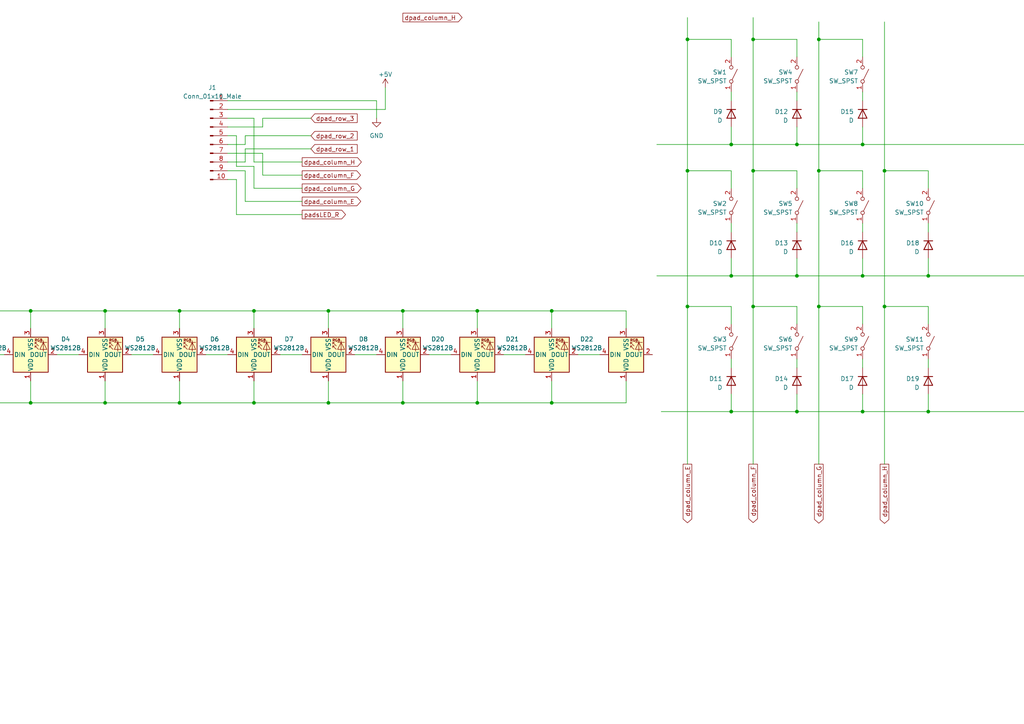
<source format=kicad_sch>
(kicad_sch (version 20230121) (generator eeschema)
  (paper "A4")
  (lib_symbols
    (symbol "+5V_1" (power) (pin_names (offset 0))
      (property "Value" "+5V_1" (at 0 3.556 0))
      (symbol "+5V_1_0_1"
        (polyline (pts (xy -0.762 1.27) (xy 0 2.54)))
        (polyline (pts (xy 0 0) (xy 0 2.54)))
        (polyline (pts (xy 0 2.54) (xy 0.762 1.27)))
      )
      (symbol "+5V_1_1_1"
        (pin power_in line (at 0 0 90) (length 0) hide (name "+5V") (number "1"))
      )
    )
    (symbol "Connector:Conn_01x10_Male" (pin_names (offset 1.016) hide)
      (property "Reference" "J" (at 0 12.7 0))
      (property "Value" "Conn_01x10_Male" (at 0 -15.24 0))
      (symbol "Conn_01x10_Male_1_1"
        (polyline (pts (xy 1.27 -12.7) (xy 0.8636 -12.7)) (stroke (width 0.1524)))
        (polyline (pts (xy 1.27 -10.16) (xy 0.8636 -10.16)) (stroke (width 0.1524)))
        (polyline (pts (xy 1.27 -7.62) (xy 0.8636 -7.62)) (stroke (width 0.1524)))
        (polyline (pts (xy 1.27 -5.08) (xy 0.8636 -5.08)) (stroke (width 0.1524)))
        (polyline (pts (xy 1.27 -2.54) (xy 0.8636 -2.54)) (stroke (width 0.1524)))
        (polyline (pts (xy 1.27 0) (xy 0.8636 0)) (stroke (width 0.1524)))
        (polyline (pts (xy 1.27 2.54) (xy 0.8636 2.54)) (stroke (width 0.1524)))
        (polyline (pts (xy 1.27 5.08) (xy 0.8636 5.08)) (stroke (width 0.1524)))
        (polyline (pts (xy 1.27 7.62) (xy 0.8636 7.62)) (stroke (width 0.1524)))
        (polyline (pts (xy 1.27 10.16) (xy 0.8636 10.16)) (stroke (width 0.1524)))
        (rectangle (start 0.8636 -12.573) (end 0 -12.827) (stroke (width 0.1524)) (fill (type outline)))
        (rectangle (start 0.8636 -10.033) (end 0 -10.287) (stroke (width 0.1524)) (fill (type outline)))
        (rectangle (start 0.8636 -7.493) (end 0 -7.747) (stroke (width 0.1524)) (fill (type outline)))
        (rectangle (start 0.8636 -4.953) (end 0 -5.207) (stroke (width 0.1524)) (fill (type outline)))
        (rectangle (start 0.8636 -2.413) (end 0 -2.667) (stroke (width 0.1524)) (fill (type outline)))
        (rectangle (start 0.8636 0.127) (end 0 -0.127) (stroke (width 0.1524)) (fill (type outline)))
        (rectangle (start 0.8636 2.667) (end 0 2.413) (stroke (width 0.1524)) (fill (type outline)))
        (rectangle (start 0.8636 5.207) (end 0 4.953) (stroke (width 0.1524)) (fill (type outline)))
        (rectangle (start 0.8636 7.747) (end 0 7.493) (stroke (width 0.1524)) (fill (type outline)))
        (rectangle (start 0.8636 10.287) (end 0 10.033) (stroke (width 0.1524)) (fill (type outline)))
        (pin passive line (at 5.08 10.16 180) (length 3.81) (name "Pin_1") (number "1"))
        (pin passive line (at 5.08 -12.7 180) (length 3.81) (name "Pin_10") (number "10"))
        (pin passive line (at 5.08 7.62 180) (length 3.81) (name "Pin_2") (number "2"))
        (pin passive line (at 5.08 5.08 180) (length 3.81) (name "Pin_3") (number "3"))
        (pin passive line (at 5.08 2.54 180) (length 3.81) (name "Pin_4") (number "4"))
        (pin passive line (at 5.08 0 180) (length 3.81) (name "Pin_5") (number "5"))
        (pin passive line (at 5.08 -2.54 180) (length 3.81) (name "Pin_6") (number "6"))
        (pin passive line (at 5.08 -5.08 180) (length 3.81) (name "Pin_7") (number "7"))
        (pin passive line (at 5.08 -7.62 180) (length 3.81) (name "Pin_8") (number "8"))
        (pin passive line (at 5.08 -10.16 180) (length 3.81) (name "Pin_9") (number "9"))
      )
    )
    (symbol "Device:D" (pin_numbers hide) (pin_names (offset 1.016) hide)
      (property "Reference" "D" (at 0 2.54 0))
      (property "Value" "D" (at 0 -2.54 0))
      (symbol "D_0_1"
        (polyline (pts (xy -1.27 1.27) (xy -1.27 -1.27)) (stroke (width 0.254)))
        (polyline (pts (xy 1.27 0) (xy -1.27 0)))
        (polyline (pts (xy 1.27 1.27) (xy 1.27 -1.27) (xy -1.27 0) (xy 1.27 1.27)) (stroke (width 0.254)))
      )
      (symbol "D_1_1"
        (pin passive line (at -3.81 0 0) (length 2.54) (name "K") (number "1"))
        (pin passive line (at 3.81 0 180) (length 2.54) (name "A") (number "2"))
      )
    )
    (symbol "GND_1" (power) (pin_names (offset 0))
      (property "Value" "GND_1" (at 0 -3.81 0))
      (symbol "GND_1_0_1"
        (polyline (pts (xy 0 0) (xy 0 -1.27) (xy 1.27 -1.27) (xy 0 -2.54) (xy -1.27 -1.27) (xy 0 -1.27)))
      )
      (symbol "GND_1_1_1"
        (pin power_in line (at 0 0 270) (length 0) hide (name "GND") (number "1"))
      )
    )
    (symbol "LED:WS2812B" (pin_names (offset 0.254))
      (property "Reference" "D" (at 5.08 5.715 0))
      (property "Value" "WS2812B" (at 1.27 -5.715 0))
      (symbol "WS2812B_0_0"
        (text "RGB" (at 2.286 -4.191 0) (effects (font (size 0.762 0.762))))
      )
      (symbol "WS2812B_0_1"
        (polyline (pts (xy 1.27 -3.556) (xy 1.778 -3.556)))
        (polyline (pts (xy 1.27 -2.54) (xy 1.778 -2.54)))
        (polyline (pts (xy 4.699 -3.556) (xy 2.667 -3.556)))
        (polyline (pts (xy 2.286 -2.54) (xy 1.27 -3.556) (xy 1.27 -3.048)))
        (polyline (pts (xy 2.286 -1.524) (xy 1.27 -2.54) (xy 1.27 -2.032)))
        (polyline (pts (xy 3.683 -1.016) (xy 3.683 -3.556) (xy 3.683 -4.064)))
        (polyline (pts (xy 4.699 -1.524) (xy 2.667 -1.524) (xy 3.683 -3.556) (xy 4.699 -1.524)))
        (rectangle (start 5.08 5.08) (end -5.08 -5.08) (stroke (width 0.254)) (fill (type background)))
      )
      (symbol "WS2812B_1_1"
        (pin power_in line (at 0 7.62 270) (length 2.54) (name "VDD") (number "1"))
        (pin output line (at 7.62 0 180) (length 2.54) (name "DOUT") (number "2"))
        (pin power_in line (at 0 -7.62 90) (length 2.54) (name "VSS") (number "3"))
        (pin input line (at -7.62 0 0) (length 2.54) (name "DIN") (number "4"))
      )
    )
    (symbol "Switch:SW_SPST" (pin_names (offset 0) hide)
      (property "Reference" "SW" (at 0 3.175 0))
      (property "Value" "SW_SPST" (at 0 -2.54 0))
      (symbol "SW_SPST_0_0"
        (circle (center -2.032 0) (radius 0.508))
        (polyline (pts (xy -1.524 0.254) (xy 1.524 1.778)))
        (circle (center 2.032 0) (radius 0.508))
      )
      (symbol "SW_SPST_1_1"
        (pin passive line (at -5.08 0 0) (length 2.54) (name "A") (number "1"))
        (pin passive line (at 5.08 0 180) (length 2.54) (name "B") (number "2"))
      )
    )
    (symbol "power:+5V" (power) (pin_names (offset 0))
      (property "Value" "+5V" (at 0 3.556 0))
      (symbol "+5V_0_1"
        (polyline (pts (xy -0.762 1.27) (xy 0 2.54)))
        (polyline (pts (xy 0 0) (xy 0 2.54)))
        (polyline (pts (xy 0 2.54) (xy 0.762 1.27)))
      )
      (symbol "+5V_1_1"
        (pin power_in line (at 0 0 90) (length 0) hide (name "+5V") (number "1"))
      )
    )
    (symbol "power:GND" (power) (pin_names (offset 0))
      (property "Value" "GND" (at 0 -3.81 0))
      (symbol "GND_0_1"
        (polyline (pts (xy 0 0) (xy 0 -1.27) (xy 1.27 -1.27) (xy 0 -2.54) (xy -1.27 -1.27) (xy 0 -1.27)))
      )
      (symbol "GND_1_1"
        (pin power_in line (at 0 0 270) (length 0) hide (name "GND") (number "1"))
      )
    )
  )
  (junction (at 138.43 90.17))
  (junction (at 218.44 49.53))
  (junction (at 231.14 119.38))
  (junction (at 116.84 90.17))
  (junction (at 256.54 88.9))
  (junction (at -34.29 90.17))
  (junction (at 237.49 11.43))
  (junction (at 250.19 119.38))
  (junction (at 199.39 11.43))
  (junction (at -12.7 116.84))
  (junction (at -34.29 116.84))
  (junction (at 256.54 49.53))
  (junction (at 52.07 90.17))
  (junction (at 231.14 80.01))
  (junction (at 218.44 11.43))
  (junction (at 269.24 80.01))
  (junction (at 250.19 41.91))
  (junction (at 95.25 116.84))
  (junction (at 116.84 116.84))
  (junction (at 30.48 116.84))
  (junction (at 212.09 119.38))
  (junction (at 138.43 116.84))
  (junction (at 212.09 41.91))
  (junction (at -12.7 90.17))
  (junction (at 73.66 90.17))
  (junction (at 237.49 88.9))
  (junction (at 8.89 116.84))
  (junction (at 30.48 90.17))
  (junction (at 237.49 49.53))
  (junction (at 160.02 116.84))
  (junction (at 250.19 80.01))
  (junction (at 269.24 119.38))
  (junction (at 95.25 90.17))
  (junction (at 199.39 88.9))
  (junction (at 52.07 116.84))
  (junction (at 231.14 41.91))
  (junction (at 212.09 80.01))
  (junction (at 160.02 90.17))
  (junction (at 218.44 88.9))
  (junction (at 8.89 90.17))
  (junction (at 199.39 49.53))
  (junction (at 73.66 116.84))
  (wire (pts (xy 76.2 34.29) (xy 76.2 36.83)))
  (wire (pts (xy 299.72 119.38) (xy 269.24 119.38)))
  (wire (pts (xy 212.09 16.51) (xy 212.09 11.43)))
  (wire (pts (xy 199.39 5.08) (xy 199.39 11.43)))
  (wire (pts (xy 181.61 110.49) (xy 181.61 116.84)))
  (wire (pts (xy 116.84 90.17) (xy 138.43 90.17)))
  (wire (pts (xy 269.24 80.01) (xy 250.19 80.01)))
  (wire (pts (xy 76.2 36.83) (xy 66.04 36.83)))
  (wire (pts (xy 250.19 119.38) (xy 231.14 119.38)))
  (wire (pts (xy 173.99 102.87) (xy 167.64 102.87)))
  (wire (pts (xy 124.46 102.87) (xy 130.81 102.87)))
  (wire (pts (xy 52.07 110.49) (xy 52.07 116.84)))
  (wire (pts (xy 109.22 29.21) (xy 109.22 34.29)))
  (wire (pts (xy 231.14 11.43) (xy 218.44 11.43)))
  (wire (pts (xy 116.84 90.17) (xy 116.84 95.25)))
  (wire (pts (xy 250.19 74.93) (xy 250.19 80.01)))
  (wire (pts (xy 250.19 26.67) (xy 250.19 29.21)))
  (wire (pts (xy 231.14 88.9) (xy 218.44 88.9)))
  (wire (pts (xy 256.54 6.35) (xy 256.54 49.53)))
  (wire (pts (xy 73.66 34.29) (xy 73.66 46.99)))
  (wire (pts (xy 269.24 93.98) (xy 269.24 88.9)))
  (wire (pts (xy 52.07 90.17) (xy 30.48 90.17)))
  (wire (pts (xy 111.76 31.75) (xy 111.76 25.4)))
  (wire (pts (xy 95.25 116.84) (xy 73.66 116.84)))
  (wire (pts (xy 66.04 41.91) (xy 71.12 41.91)))
  (wire (pts (xy 116.84 116.84) (xy 138.43 116.84)))
  (wire (pts (xy 212.09 104.14) (xy 212.09 106.68)))
  (wire (pts (xy 8.89 90.17) (xy -12.7 90.17)))
  (wire (pts (xy 160.02 90.17) (xy 160.02 95.25)))
  (wire (pts (xy 1.27 102.87) (xy -5.08 102.87)))
  (wire (pts (xy 181.61 116.84) (xy 160.02 116.84)))
  (wire (pts (xy 90.17 34.29) (xy 76.2 34.29)))
  (wire (pts (xy 250.19 88.9) (xy 237.49 88.9)))
  (wire (pts (xy 68.58 62.23) (xy 87.63 62.23)))
  (wire (pts (xy -41.91 102.87) (xy -69.85 102.87)))
  (wire (pts (xy -12.7 90.17) (xy -12.7 95.25)))
  (wire (pts (xy 160.02 116.84) (xy 138.43 116.84)))
  (wire (pts (xy 44.45 102.87) (xy 38.1 102.87)))
  (wire (pts (xy 22.86 102.87) (xy 16.51 102.87)))
  (wire (pts (xy 212.09 41.91) (xy 190.5 41.91)))
  (wire (pts (xy 231.14 36.83) (xy 231.14 41.91)))
  (wire (pts (xy 250.19 41.91) (xy 299.72 41.91)))
  (wire (pts (xy 269.24 64.77) (xy 269.24 67.31)))
  (wire (pts (xy 181.61 90.17) (xy 160.02 90.17)))
  (wire (pts (xy 212.09 54.61) (xy 212.09 49.53)))
  (wire (pts (xy 30.48 116.84) (xy 8.89 116.84)))
  (wire (pts (xy 66.04 34.29) (xy 73.66 34.29)))
  (wire (pts (xy 73.66 110.49) (xy 73.66 116.84)))
  (wire (pts (xy 95.25 90.17) (xy 73.66 90.17)))
  (wire (pts (xy 181.61 90.17) (xy 181.61 95.25)))
  (wire (pts (xy 250.19 64.77) (xy 250.19 67.31)))
  (wire (pts (xy 138.43 110.49) (xy 138.43 116.84)))
  (wire (pts (xy 250.19 16.51) (xy 250.19 11.43)))
  (wire (pts (xy 66.04 46.99) (xy 71.12 46.99)))
  (wire (pts (xy 269.24 104.14) (xy 269.24 106.68)))
  (wire (pts (xy 231.14 49.53) (xy 218.44 49.53)))
  (wire (pts (xy 250.19 54.61) (xy 250.19 49.53)))
  (wire (pts (xy 30.48 110.49) (xy 30.48 116.84)))
  (wire (pts (xy 138.43 90.17) (xy 138.43 95.25)))
  (wire (pts (xy -20.32 102.87) (xy -26.67 102.87)))
  (wire (pts (xy 90.17 39.37) (xy 71.12 39.37)))
  (wire (pts (xy 256.54 88.9) (xy 256.54 134.62)))
  (wire (pts (xy 116.84 110.49) (xy 116.84 116.84)))
  (wire (pts (xy 250.19 36.83) (xy 250.19 41.91)))
  (wire (pts (xy 212.09 88.9) (xy 199.39 88.9)))
  (wire (pts (xy 256.54 49.53) (xy 256.54 88.9)))
  (wire (pts (xy 231.14 119.38) (xy 212.09 119.38)))
  (wire (pts (xy 66.04 31.75) (xy 111.76 31.75)))
  (wire (pts (xy 76.2 44.45) (xy 76.2 50.8)))
  (wire (pts (xy 8.89 90.17) (xy 8.89 95.25)))
  (wire (pts (xy 87.63 102.87) (xy 81.28 102.87)))
  (wire (pts (xy 212.09 93.98) (xy 212.09 88.9)))
  (wire (pts (xy 66.04 102.87) (xy 59.69 102.87)))
  (wire (pts (xy 73.66 46.99) (xy 87.63 46.99)))
  (wire (pts (xy 269.24 114.3) (xy 269.24 119.38)))
  (wire (pts (xy -12.7 116.84) (xy -34.29 116.84)))
  (wire (pts (xy 52.07 116.84) (xy 30.48 116.84)))
  (wire (pts (xy 218.44 49.53) (xy 218.44 88.9)))
  (wire (pts (xy 52.07 90.17) (xy 52.07 95.25)))
  (wire (pts (xy 231.14 41.91) (xy 212.09 41.91)))
  (wire (pts (xy 212.09 80.01) (xy 190.5 80.01)))
  (wire (pts (xy 212.09 74.93) (xy 212.09 80.01)))
  (wire (pts (xy 68.58 52.07) (xy 68.58 62.23)))
  (wire (pts (xy 250.19 11.43) (xy 237.49 11.43)))
  (wire (pts (xy 250.19 80.01) (xy 231.14 80.01)))
  (wire (pts (xy -34.29 116.84) (xy -63.5 116.84)))
  (wire (pts (xy 95.25 90.17) (xy 95.25 95.25)))
  (wire (pts (xy 8.89 110.49) (xy 8.89 116.84)))
  (wire (pts (xy 71.12 43.18) (xy 71.12 46.99)))
  (wire (pts (xy 218.44 11.43) (xy 218.44 49.53)))
  (wire (pts (xy 218.44 88.9) (xy 218.44 134.62)))
  (wire (pts (xy 71.12 58.42) (xy 87.63 58.42)))
  (wire (pts (xy 231.14 26.67) (xy 231.14 29.21)))
  (wire (pts (xy 212.09 26.67) (xy 212.09 29.21)))
  (wire (pts (xy -63.5 78.74) (xy -63.5 90.17)))
  (wire (pts (xy 218.44 5.08) (xy 218.44 11.43)))
  (wire (pts (xy 160.02 110.49) (xy 160.02 116.84)))
  (wire (pts (xy 231.14 114.3) (xy 231.14 119.38)))
  (wire (pts (xy 212.09 119.38) (xy 191.77 119.38)))
  (wire (pts (xy 66.04 44.45) (xy 76.2 44.45)))
  (wire (pts (xy 109.22 102.87) (xy 102.87 102.87)))
  (wire (pts (xy 231.14 16.51) (xy 231.14 11.43)))
  (wire (pts (xy 299.72 80.01) (xy 269.24 80.01)))
  (wire (pts (xy 71.12 49.53) (xy 71.12 58.42)))
  (wire (pts (xy 269.24 49.53) (xy 256.54 49.53)))
  (wire (pts (xy 269.24 88.9) (xy 256.54 88.9)))
  (wire (pts (xy 250.19 114.3) (xy 250.19 119.38)))
  (wire (pts (xy 66.04 39.37) (xy 68.58 39.37)))
  (wire (pts (xy -63.5 116.84) (xy -63.5 127)))
  (wire (pts (xy 237.49 11.43) (xy 237.49 49.53)))
  (wire (pts (xy 199.39 11.43) (xy 199.39 49.53)))
  (wire (pts (xy 73.66 54.61) (xy 87.63 54.61)))
  (wire (pts (xy 237.49 49.53) (xy 237.49 88.9)))
  (wire (pts (xy 73.66 116.84) (xy 52.07 116.84)))
  (wire (pts (xy 68.58 39.37) (xy 68.58 48.26)))
  (wire (pts (xy 212.09 114.3) (xy 212.09 119.38)))
  (wire (pts (xy 68.58 48.26) (xy 73.66 48.26)))
  (wire (pts (xy 30.48 90.17) (xy 8.89 90.17)))
  (wire (pts (xy 250.19 41.91) (xy 231.14 41.91)))
  (wire (pts (xy 95.25 110.49) (xy 95.25 116.84)))
  (wire (pts (xy 199.39 49.53) (xy 199.39 88.9)))
  (wire (pts (xy 212.09 36.83) (xy 212.09 41.91)))
  (wire (pts (xy 66.04 52.07) (xy 68.58 52.07)))
  (wire (pts (xy 160.02 90.17) (xy 138.43 90.17)))
  (wire (pts (xy 231.14 93.98) (xy 231.14 88.9)))
  (wire (pts (xy 30.48 95.25) (xy 30.48 90.17)))
  (wire (pts (xy 269.24 119.38) (xy 250.19 119.38)))
  (wire (pts (xy 116.84 116.84) (xy 95.25 116.84)))
  (wire (pts (xy 199.39 88.9) (xy 199.39 134.62)))
  (wire (pts (xy -12.7 90.17) (xy -34.29 90.17)))
  (wire (pts (xy 212.09 11.43) (xy 199.39 11.43)))
  (wire (pts (xy 212.09 49.53) (xy 199.39 49.53)))
  (wire (pts (xy 231.14 64.77) (xy 231.14 67.31)))
  (wire (pts (xy 73.66 90.17) (xy 52.07 90.17)))
  (wire (pts (xy 212.09 64.77) (xy 212.09 67.31)))
  (wire (pts (xy 66.04 29.21) (xy 109.22 29.21)))
  (wire (pts (xy 116.84 90.17) (xy 95.25 90.17)))
  (wire (pts (xy 269.24 74.93) (xy 269.24 80.01)))
  (wire (pts (xy 73.66 90.17) (xy 73.66 95.25)))
  (wire (pts (xy 237.49 88.9) (xy 237.49 134.62)))
  (wire (pts (xy 231.14 74.93) (xy 231.14 80.01)))
  (wire (pts (xy 76.2 50.8) (xy 87.63 50.8)))
  (wire (pts (xy 66.04 49.53) (xy 71.12 49.53)))
  (wire (pts (xy 152.4 102.87) (xy 146.05 102.87)))
  (wire (pts (xy 8.89 116.84) (xy -12.7 116.84)))
  (wire (pts (xy 250.19 93.98) (xy 250.19 88.9)))
  (wire (pts (xy 237.49 6.35) (xy 237.49 11.43)))
  (wire (pts (xy -34.29 90.17) (xy -34.29 95.25)))
  (wire (pts (xy 71.12 39.37) (xy 71.12 41.91)))
  (wire (pts (xy 231.14 54.61) (xy 231.14 49.53)))
  (wire (pts (xy 73.66 48.26) (xy 73.66 54.61)))
  (wire (pts (xy 250.19 104.14) (xy 250.19 106.68)))
  (wire (pts (xy 269.24 54.61) (xy 269.24 49.53)))
  (wire (pts (xy -12.7 110.49) (xy -12.7 116.84)))
  (wire (pts (xy 231.14 104.14) (xy 231.14 106.68)))
  (wire (pts (xy 250.19 49.53) (xy 237.49 49.53)))
  (wire (pts (xy 231.14 80.01) (xy 212.09 80.01)))
  (wire (pts (xy -34.29 110.49) (xy -34.29 116.84)))
  (wire (pts (xy -34.29 90.17) (xy -63.5 90.17)))
  (wire (pts (xy 90.17 43.18) (xy 71.12 43.18)))
  (global_label "padsLED_R" (shape output) (at 87.63 62.23 0) (property "Intersheetrefs" "${INTERSHEET_REFS}" (effects hide)))
  (global_label "dpad_column_G" (shape output) (at 237.49 134.62 270) (property "Intersheetrefs" "${INTERSHEET_REFS}" (effects hide)))
  (global_label "dpad_column_H" (shape output) (at 116.84 5.08 0) (property "Intersheetrefs" "${INTERSHEET_REFS}" (effects hide)))
  (global_label "padsLED_R" (shape output) (at -69.85 102.87 180) (property "Intersheetrefs" "${INTERSHEET_REFS}" (effects hide)))
  (global_label "dpad_column_E" (shape output) (at 87.63 58.42 0) (property "Intersheetrefs" "${INTERSHEET_REFS}" (effects hide)))
  (global_label "dpad_column_H" (shape output) (at 256.54 134.62 270) (property "Intersheetrefs" "${INTERSHEET_REFS}" (effects hide)))
  (global_label "dpad_row_1" (shape input) (at 299.72 41.91 0) (property "Intersheetrefs" "${INTERSHEET_REFS}" (effects hide)))
  (global_label "dpad_column_G" (shape output) (at 87.63 54.61 0) (property "Intersheetrefs" "${INTERSHEET_REFS}" (effects hide)))
  (global_label "dpad_row_3" (shape input) (at 90.17 34.29 0) (property "Intersheetrefs" "${INTERSHEET_REFS}" (effects hide)))
  (global_label "dpad_row_2" (shape input) (at 90.17 39.37 0) (property "Intersheetrefs" "${INTERSHEET_REFS}" (effects hide)))
  (global_label "dpad_row_1" (shape input) (at 90.17 43.18 0) (property "Intersheetrefs" "${INTERSHEET_REFS}" (effects hide)))
  (global_label "dpad_column_H" (shape output) (at 87.63 46.99 0) (property "Intersheetrefs" "${INTERSHEET_REFS}" (effects hide)))
  (global_label "dpad_row_2" (shape input) (at 299.72 80.01 0) (property "Intersheetrefs" "${INTERSHEET_REFS}" (effects hide)))
  (global_label "dpad_column_F" (shape output) (at 218.44 134.62 270) (property "Intersheetrefs" "${INTERSHEET_REFS}" (effects hide)))
  (global_label "dpad_column_F" (shape output) (at 87.63 50.8 0) (property "Intersheetrefs" "${INTERSHEET_REFS}" (effects hide)))
  (global_label "dpad_row_3" (shape input) (at 299.72 119.38 0) (property "Intersheetrefs" "${INTERSHEET_REFS}" (effects hide)))
  (global_label "dpad_column_E" (shape output) (at 199.39 134.62 270) (property "Intersheetrefs" "${INTERSHEET_REFS}" (effects hide)))
  (symbol (lib_id "LED:WS2812B") (at 95.25 102.87 0) (mirror x) (unit 1)
    (property "Reference" "D7" (at 83.82 98.3741 0))
    (property "Value" "WS2812B" (at 83.82 100.9141 0))
    (property "Footprint" "LED_SMD:LED_WS2812B_PLCC4_5.0x5.0mm_P3.2mm" (effects hide))
    (property "Datasheet" "https://cdn-shop.adafruit.com/datasheets/WS2812B.pdf" (effects hide))
  )
  (symbol (lib_id "Switch:SW_SPST") (at 250.19 59.69 270) (mirror x) (unit 1)
    (property "Reference" "SW8" (at 248.92 59.055 90) (effects (justify right)))
    (property "Value" "SW_SPST" (at 248.92 61.595 90) (effects (justify right)))
    (property "Footprint" "Library:SW_Cherry_MX_1.00u_PCB_3d" (effects hide))
  )
  (symbol (lib_id "Device:D") (at 212.09 71.12 90) (mirror x) (unit 1)
    (property "Reference" "D10" (at 209.55 70.485 90) (effects (justify left)))
    (property "Value" "D" (at 209.55 73.025 90) (effects (justify left)))
    (property "Footprint" "Diode_THT:D_5W_P12.70mm_Horizontal" (effects hide))
    (property "Sim.Device" "D" (effects hide))
    (property "Sim.Pins" "1=K 2=A" (effects hide))
  )
  (symbol (lib_id "LED:WS2812B") (at 8.89 102.87 0) (mirror x) (unit 1)
    (property "Reference" "D3" (at -2.54 98.3741 0))
    (property "Value" "WS2812B" (at -2.54 100.9141 0))
    (property "Footprint" "LED_SMD:LED_WS2812B_PLCC4_5.0x5.0mm_P3.2mm" (effects hide))
    (property "Datasheet" "https://cdn-shop.adafruit.com/datasheets/WS2812B.pdf" (effects hide))
  )
  (symbol (lib_id "Device:D") (at 231.14 71.12 90) (mirror x) (unit 1)
    (property "Reference" "D13" (at 228.6 70.485 90) (effects (justify left)))
    (property "Value" "D" (at 228.6 73.025 90) (effects (justify left)))
    (property "Footprint" "Diode_THT:D_5W_P12.70mm_Horizontal" (effects hide))
    (property "Sim.Device" "D" (effects hide))
    (property "Sim.Pins" "1=K 2=A" (effects hide))
  )
  (symbol (lib_id "Device:D") (at 231.14 33.02 90) (mirror x) (unit 1)
    (property "Reference" "D12" (at 228.6 32.385 90) (effects (justify left)))
    (property "Value" "D" (at 228.6 34.925 90) (effects (justify left)))
    (property "Footprint" "Diode_THT:D_5W_P12.70mm_Horizontal" (effects hide))
    (property "Sim.Device" "D" (effects hide))
    (property "Sim.Pins" "1=K 2=A" (effects hide))
  )
  (symbol (lib_id "Connector:Conn_01x10_Male") (at 60.96 39.37 0) (unit 1)
    (property "Reference" "J1" (at 61.595 25.4 0))
    (property "Value" "Conn_01x10_Male" (at 61.595 27.94 0))
    (property "Footprint" "Connector_IDC:IDC-Header_2x05_P2.54mm_Horizontal" (effects hide))
  )
  (symbol (lib_id "Device:D") (at 269.24 110.49 90) (mirror x) (unit 1)
    (property "Reference" "D19" (at 266.7 109.855 90) (effects (justify left)))
    (property "Value" "D" (at 266.7 112.395 90) (effects (justify left)))
    (property "Footprint" "Diode_THT:D_5W_P12.70mm_Horizontal" (effects hide))
    (property "Sim.Device" "D" (effects hide))
    (property "Sim.Pins" "1=K 2=A" (effects hide))
  )
  (symbol (lib_id "LED:WS2812B") (at 30.48 102.87 0) (mirror x) (unit 1)
    (property "Reference" "D4" (at 19.05 98.3741 0))
    (property "Value" "WS2812B" (at 19.05 100.9141 0))
    (property "Footprint" "LED_SMD:LED_WS2812B_PLCC4_5.0x5.0mm_P3.2mm" (effects hide))
    (property "Datasheet" "https://cdn-shop.adafruit.com/datasheets/WS2812B.pdf" (effects hide))
  )
  (symbol (lib_id "Device:D") (at 250.19 33.02 90) (mirror x) (unit 1)
    (property "Reference" "D15" (at 247.65 32.385 90) (effects (justify left)))
    (property "Value" "D" (at 247.65 34.925 90) (effects (justify left)))
    (property "Footprint" "Diode_THT:D_5W_P12.70mm_Horizontal" (effects hide))
    (property "Sim.Device" "D" (effects hide))
    (property "Sim.Pins" "1=K 2=A" (effects hide))
  )
  (symbol (lib_id "Switch:SW_SPST") (at 212.09 99.06 270) (mirror x) (unit 1)
    (property "Reference" "SW3" (at 210.82 98.425 90) (effects (justify right)))
    (property "Value" "SW_SPST" (at 210.82 100.965 90) (effects (justify right)))
    (property "Footprint" "Library:SW_Cherry_MX_1.00u_PCB_3d" (effects hide))
  )
  (symbol (lib_id "LED:WS2812B") (at 116.84 102.87 0) (mirror x) (unit 1)
    (property "Reference" "D8" (at 105.41 98.3741 0))
    (property "Value" "WS2812B" (at 105.41 100.9141 0))
    (property "Footprint" "LED_SMD:LED_WS2812B_PLCC4_5.0x5.0mm_P3.2mm" (effects hide))
    (property "Datasheet" "https://cdn-shop.adafruit.com/datasheets/WS2812B.pdf" (effects hide))
  )
  (symbol (lib_id "LED:WS2812B") (at -12.7 102.87 0) (mirror x) (unit 1)
    (property "Reference" "D2" (at -24.13 98.3741 0))
    (property "Value" "WS2812B" (at -24.13 100.9141 0))
    (property "Footprint" "LED_SMD:LED_WS2812B_PLCC4_5.0x5.0mm_P3.2mm" (effects hide))
    (property "Datasheet" "https://cdn-shop.adafruit.com/datasheets/WS2812B.pdf" (effects hide))
  )
  (symbol (lib_id "Device:D") (at 212.09 110.49 90) (mirror x) (unit 1)
    (property "Reference" "D11" (at 209.55 109.855 90) (effects (justify left)))
    (property "Value" "D" (at 209.55 112.395 90) (effects (justify left)))
    (property "Footprint" "Diode_THT:D_5W_P12.70mm_Horizontal" (effects hide))
    (property "Sim.Device" "D" (effects hide))
    (property "Sim.Pins" "1=K 2=A" (effects hide))
  )
  (symbol (lib_id "Switch:SW_SPST") (at 231.14 99.06 270) (mirror x) (unit 1)
    (property "Reference" "SW6" (at 229.87 98.425 90) (effects (justify right)))
    (property "Value" "SW_SPST" (at 229.87 100.965 90) (effects (justify right)))
    (property "Footprint" "Library:SW_Cherry_MX_1.00u_PCB_3d" (effects hide))
  )
  (symbol (lib_id "Switch:SW_SPST") (at 231.14 21.59 270) (mirror x) (unit 1)
    (property "Reference" "SW4" (at 229.87 20.955 90) (effects (justify right)))
    (property "Value" "SW_SPST" (at 229.87 23.495 90) (effects (justify right)))
    (property "Footprint" "Library:SW_Cherry_MX_1.00u_PCB_3d" (effects hide))
  )
  (symbol (lib_id "Switch:SW_SPST") (at 250.19 21.59 270) (mirror x) (unit 1)
    (property "Reference" "SW7" (at 248.92 20.955 90) (effects (justify right)))
    (property "Value" "SW_SPST" (at 248.92 23.495 90) (effects (justify right)))
    (property "Footprint" "Library:SW_Cherry_MX_1.00u_PCB_3d" (effects hide))
  )
  (symbol (lib_id "LED:WS2812B") (at 181.61 102.87 0) (mirror x) (unit 1)
    (property "Reference" "D22" (at 170.18 98.3741 0))
    (property "Value" "WS2812B" (at 170.18 100.9141 0))
    (property "Footprint" "LED_SMD:LED_WS2812B_PLCC4_5.0x5.0mm_P3.2mm" (effects hide))
    (property "Datasheet" "https://cdn-shop.adafruit.com/datasheets/WS2812B.pdf" (effects hide))
  )
  (symbol (lib_id "Switch:SW_SPST") (at 212.09 59.69 270) (mirror x) (unit 1)
    (property "Reference" "SW2" (at 210.82 59.055 90) (effects (justify right)))
    (property "Value" "SW_SPST" (at 210.82 61.595 90) (effects (justify right)))
    (property "Footprint" "Library:SW_Cherry_MX_1.00u_PCB_3d" (effects hide))
  )
  (symbol (lib_id "Device:D") (at 250.19 71.12 90) (mirror x) (unit 1)
    (property "Reference" "D16" (at 247.65 70.485 90) (effects (justify left)))
    (property "Value" "D" (at 247.65 73.025 90) (effects (justify left)))
    (property "Footprint" "Diode_THT:D_5W_P12.70mm_Horizontal" (effects hide))
    (property "Sim.Device" "D" (effects hide))
    (property "Sim.Pins" "1=K 2=A" (effects hide))
  )
  (symbol (lib_id "LED:WS2812B") (at 138.43 102.87 0) (mirror x) (unit 1)
    (property "Reference" "D20" (at 127 98.3741 0))
    (property "Value" "WS2812B" (at 127 100.9141 0))
    (property "Footprint" "LED_SMD:LED_WS2812B_PLCC4_5.0x5.0mm_P3.2mm" (effects hide))
    (property "Datasheet" "https://cdn-shop.adafruit.com/datasheets/WS2812B.pdf" (effects hide))
  )
  (symbol (lib_id "Device:D") (at 231.14 110.49 90) (mirror x) (unit 1)
    (property "Reference" "D14" (at 228.6 109.855 90) (effects (justify left)))
    (property "Value" "D" (at 228.6 112.395 90) (effects (justify left)))
    (property "Footprint" "Diode_THT:D_5W_P12.70mm_Horizontal" (effects hide))
    (property "Sim.Device" "D" (effects hide))
    (property "Sim.Pins" "1=K 2=A" (effects hide))
  )
  (symbol (lib_id "LED:WS2812B") (at 73.66 102.87 0) (mirror x) (unit 1)
    (property "Reference" "D6" (at 62.23 98.3741 0))
    (property "Value" "WS2812B" (at 62.23 100.9141 0))
    (property "Footprint" "LED_SMD:LED_WS2812B_PLCC4_5.0x5.0mm_P3.2mm" (effects hide))
    (property "Datasheet" "https://cdn-shop.adafruit.com/datasheets/WS2812B.pdf" (effects hide))
  )
  (symbol (lib_id "Switch:SW_SPST") (at 269.24 59.69 270) (mirror x) (unit 1)
    (property "Reference" "SW10" (at 267.97 59.055 90) (effects (justify right)))
    (property "Value" "SW_SPST" (at 267.97 61.595 90) (effects (justify right)))
    (property "Footprint" "Library:SW_Cherry_MX_1.00u_PCB_3d" (effects hide))
  )
  (symbol (lib_name "+5V_1") (lib_id "power:+5V") (at 111.76 25.4 0) (unit 1)
    (property "Reference" "#PWR03" (effects hide))
    (property "Value" "+5V" (at 111.76 21.59 0))
  )
  (symbol (lib_id "power:GND") (at 109.22 34.29 0) (unit 1)
    (property "Reference" "#PWR04" (effects hide))
    (property "Value" "GND" (at 109.22 39.37 0))
  )
  (symbol (lib_id "Device:D") (at 212.09 33.02 90) (mirror x) (unit 1)
    (property "Reference" "D9" (at 209.55 32.385 90) (effects (justify left)))
    (property "Value" "D" (at 209.55 34.925 90) (effects (justify left)))
    (property "Footprint" "Diode_THT:D_5W_P12.70mm_Horizontal" (effects hide))
    (property "Sim.Device" "D" (effects hide))
    (property "Sim.Pins" "1=K 2=A" (effects hide))
  )
  (symbol (lib_id "Switch:SW_SPST") (at 269.24 99.06 270) (mirror x) (unit 1)
    (property "Reference" "SW11" (at 267.97 98.425 90) (effects (justify right)))
    (property "Value" "SW_SPST" (at 267.97 100.965 90) (effects (justify right)))
    (property "Footprint" "Library:SW_Cherry_MX_1.00u_PCB_3d" (effects hide))
  )
  (symbol (lib_id "LED:WS2812B") (at -34.29 102.87 0) (mirror x) (unit 1)
    (property "Reference" "D1" (at -45.72 98.3741 0))
    (property "Value" "WS2812B" (at -45.72 100.9141 0))
    (property "Footprint" "LED_SMD:LED_WS2812B_PLCC4_5.0x5.0mm_P3.2mm" (effects hide))
    (property "Datasheet" "https://cdn-shop.adafruit.com/datasheets/WS2812B.pdf" (effects hide))
  )
  (symbol (lib_id "Switch:SW_SPST") (at 250.19 99.06 270) (mirror x) (unit 1)
    (property "Reference" "SW9" (at 248.92 98.425 90) (effects (justify right)))
    (property "Value" "SW_SPST" (at 248.92 100.965 90) (effects (justify right)))
    (property "Footprint" "Library:SW_Cherry_MX_1.00u_PCB_3d" (effects hide))
  )
  (symbol (lib_id "LED:WS2812B") (at 160.02 102.87 0) (mirror x) (unit 1)
    (property "Reference" "D21" (at 148.59 98.3741 0))
    (property "Value" "WS2812B" (at 148.59 100.9141 0))
    (property "Footprint" "LED_SMD:LED_WS2812B_PLCC4_5.0x5.0mm_P3.2mm" (effects hide))
    (property "Datasheet" "https://cdn-shop.adafruit.com/datasheets/WS2812B.pdf" (effects hide))
  )
  (symbol (lib_id "Switch:SW_SPST") (at 231.14 59.69 270) (mirror x) (unit 1)
    (property "Reference" "SW5" (at 229.87 59.055 90) (effects (justify right)))
    (property "Value" "SW_SPST" (at 229.87 61.595 90) (effects (justify right)))
    (property "Footprint" "Library:SW_Cherry_MX_1.00u_PCB_3d" (effects hide))
  )
  (symbol (lib_id "LED:WS2812B") (at 52.07 102.87 0) (mirror x) (unit 1)
    (property "Reference" "D5" (at 40.64 98.3741 0))
    (property "Value" "WS2812B" (at 40.64 100.9141 0))
    (property "Footprint" "LED_SMD:LED_WS2812B_PLCC4_5.0x5.0mm_P3.2mm" (effects hide))
    (property "Datasheet" "https://cdn-shop.adafruit.com/datasheets/WS2812B.pdf" (effects hide))
  )
  (symbol (lib_id "power:+5V") (at -63.5 78.74 0) (mirror y) (unit 1)
    (property "Reference" "#PWR01" (effects hide))
    (property "Value" "+5V" (at -63.5 74.93 0))
  )
  (symbol (lib_id "Device:D") (at 269.24 71.12 90) (mirror x) (unit 1)
    (property "Reference" "D18" (at 266.7 70.485 90) (effects (justify left)))
    (property "Value" "D" (at 266.7 73.025 90) (effects (justify left)))
    (property "Footprint" "Diode_THT:D_5W_P12.70mm_Horizontal" (effects hide))
    (property "Sim.Device" "D" (effects hide))
    (property "Sim.Pins" "1=K 2=A" (effects hide))
  )
  (symbol (lib_name "GND_1") (lib_id "power:GND") (at -63.5 127 0) (mirror y) (unit 1)
    (property "Reference" "#PWR02" (effects hide))
    (property "Value" "GND" (at -63.5 132.08 0))
  )
  (symbol (lib_id "Switch:SW_SPST") (at 212.09 21.59 270) (mirror x) (unit 1)
    (property "Reference" "SW1" (at 210.82 20.955 90) (effects (justify right)))
    (property "Value" "SW_SPST" (at 210.82 23.495 90) (effects (justify right)))
    (property "Footprint" "Library:SW_Cherry_MX_1.00u_PCB_3d" (effects hide))
  )
  (symbol (lib_id "Device:D") (at 250.19 110.49 90) (mirror x) (unit 1)
    (property "Reference" "D17" (at 247.65 109.855 90) (effects (justify left)))
    (property "Value" "D" (at 247.65 112.395 90) (effects (justify left)))
    (property "Footprint" "Diode_THT:D_5W_P12.70mm_Horizontal" (effects hide))
    (property "Sim.Device" "D" (effects hide))
    (property "Sim.Pins" "1=K 2=A" (effects hide))
  )
)
</source>
